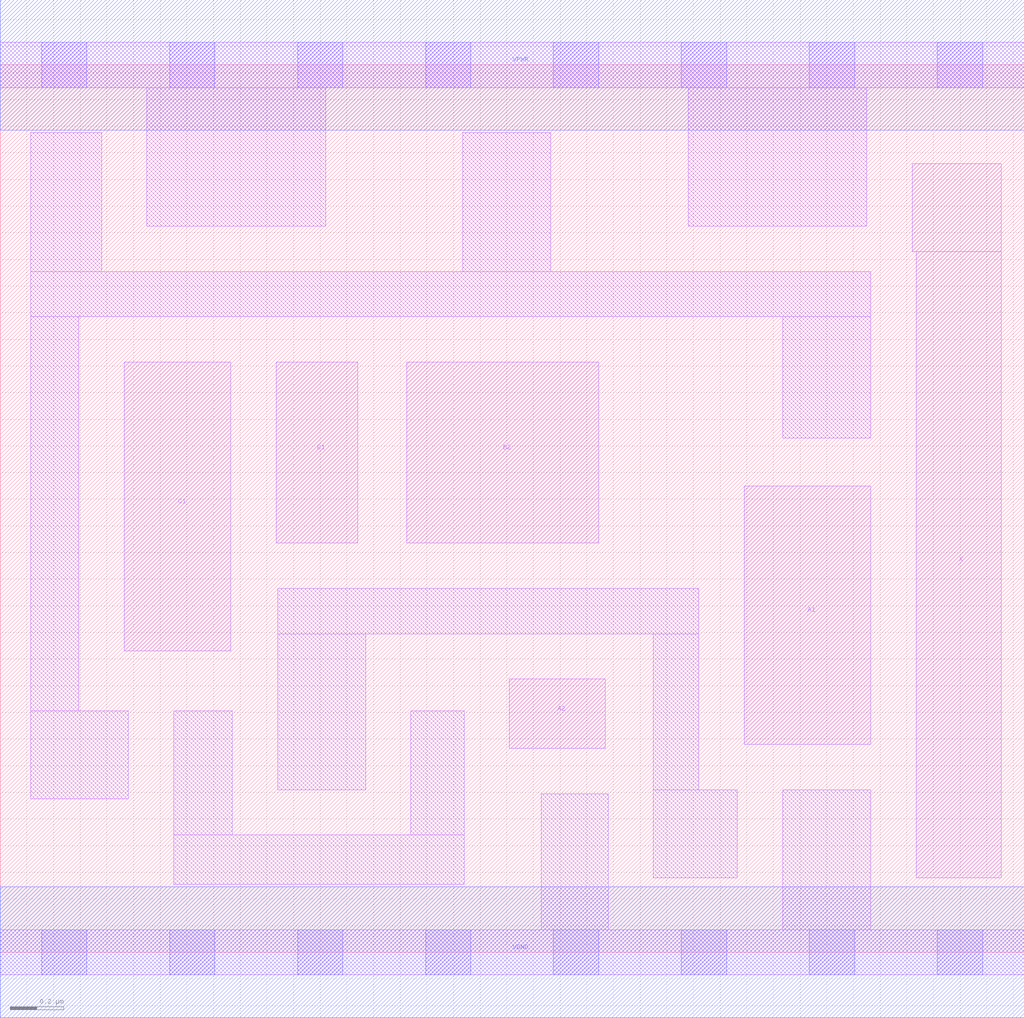
<source format=lef>
# Copyright 2020 The SkyWater PDK Authors
#
# Licensed under the Apache License, Version 2.0 (the "License");
# you may not use this file except in compliance with the License.
# You may obtain a copy of the License at
#
#     https://www.apache.org/licenses/LICENSE-2.0
#
# Unless required by applicable law or agreed to in writing, software
# distributed under the License is distributed on an "AS IS" BASIS,
# WITHOUT WARRANTIES OR CONDITIONS OF ANY KIND, either express or implied.
# See the License for the specific language governing permissions and
# limitations under the License.
#
# SPDX-License-Identifier: Apache-2.0

VERSION 5.7 ;
  NAMESCASESENSITIVE ON ;
  NOWIREEXTENSIONATPIN ON ;
  DIVIDERCHAR "/" ;
  BUSBITCHARS "[]" ;
UNITS
  DATABASE MICRONS 200 ;
END UNITS
MACRO sky130_fd_sc_lp__o221a_0
  CLASS CORE ;
  SOURCE USER ;
  FOREIGN sky130_fd_sc_lp__o221a_0 ;
  ORIGIN  0.000000  0.000000 ;
  SIZE  3.840000 BY  3.330000 ;
  SYMMETRY X Y R90 ;
  SITE unit ;
  PIN A1
    ANTENNAGATEAREA  0.159000 ;
    DIRECTION INPUT ;
    USE SIGNAL ;
    PORT
      LAYER li1 ;
        RECT 2.790000 0.780000 3.265000 1.750000 ;
    END
  END A1
  PIN A2
    ANTENNAGATEAREA  0.159000 ;
    DIRECTION INPUT ;
    USE SIGNAL ;
    PORT
      LAYER li1 ;
        RECT 1.910000 0.765000 2.270000 1.025000 ;
    END
  END A2
  PIN B1
    ANTENNAGATEAREA  0.159000 ;
    DIRECTION INPUT ;
    USE SIGNAL ;
    PORT
      LAYER li1 ;
        RECT 1.035000 1.535000 1.340000 2.215000 ;
    END
  END B1
  PIN B2
    ANTENNAGATEAREA  0.159000 ;
    DIRECTION INPUT ;
    USE SIGNAL ;
    PORT
      LAYER li1 ;
        RECT 1.525000 1.535000 2.245000 2.215000 ;
    END
  END B2
  PIN C1
    ANTENNAGATEAREA  0.159000 ;
    DIRECTION INPUT ;
    USE SIGNAL ;
    PORT
      LAYER li1 ;
        RECT 0.465000 1.130000 0.865000 2.215000 ;
    END
  END C1
  PIN X
    ANTENNADIFFAREA  0.280900 ;
    DIRECTION OUTPUT ;
    USE SIGNAL ;
    PORT
      LAYER li1 ;
        RECT 3.420000 2.630000 3.755000 2.960000 ;
        RECT 3.435000 0.280000 3.755000 2.630000 ;
    END
  END X
  PIN VGND
    DIRECTION INOUT ;
    USE GROUND ;
    PORT
      LAYER met1 ;
        RECT 0.000000 -0.245000 3.840000 0.245000 ;
    END
  END VGND
  PIN VPWR
    DIRECTION INOUT ;
    USE POWER ;
    PORT
      LAYER met1 ;
        RECT 0.000000 3.085000 3.840000 3.575000 ;
    END
  END VPWR
  OBS
    LAYER li1 ;
      RECT 0.000000 -0.085000 3.840000 0.085000 ;
      RECT 0.000000  3.245000 3.840000 3.415000 ;
      RECT 0.115000  0.575000 0.480000 0.905000 ;
      RECT 0.115000  0.905000 0.295000 2.385000 ;
      RECT 0.115000  2.385000 3.265000 2.555000 ;
      RECT 0.115000  2.555000 0.380000 3.075000 ;
      RECT 0.550000  2.725000 1.220000 3.245000 ;
      RECT 0.650000  0.255000 1.740000 0.440000 ;
      RECT 0.650000  0.440000 0.870000 0.905000 ;
      RECT 1.040000  0.610000 1.370000 1.195000 ;
      RECT 1.040000  1.195000 2.620000 1.365000 ;
      RECT 1.540000  0.440000 1.740000 0.905000 ;
      RECT 1.735000  2.555000 2.065000 3.075000 ;
      RECT 2.030000  0.085000 2.280000 0.595000 ;
      RECT 2.450000  0.280000 2.765000 0.610000 ;
      RECT 2.450000  0.610000 2.620000 1.195000 ;
      RECT 2.580000  2.725000 3.250000 3.245000 ;
      RECT 2.935000  0.085000 3.265000 0.610000 ;
      RECT 2.935000  1.930000 3.265000 2.385000 ;
    LAYER mcon ;
      RECT 0.155000 -0.085000 0.325000 0.085000 ;
      RECT 0.155000  3.245000 0.325000 3.415000 ;
      RECT 0.635000 -0.085000 0.805000 0.085000 ;
      RECT 0.635000  3.245000 0.805000 3.415000 ;
      RECT 1.115000 -0.085000 1.285000 0.085000 ;
      RECT 1.115000  3.245000 1.285000 3.415000 ;
      RECT 1.595000 -0.085000 1.765000 0.085000 ;
      RECT 1.595000  3.245000 1.765000 3.415000 ;
      RECT 2.075000 -0.085000 2.245000 0.085000 ;
      RECT 2.075000  3.245000 2.245000 3.415000 ;
      RECT 2.555000 -0.085000 2.725000 0.085000 ;
      RECT 2.555000  3.245000 2.725000 3.415000 ;
      RECT 3.035000 -0.085000 3.205000 0.085000 ;
      RECT 3.035000  3.245000 3.205000 3.415000 ;
      RECT 3.515000 -0.085000 3.685000 0.085000 ;
      RECT 3.515000  3.245000 3.685000 3.415000 ;
  END
END sky130_fd_sc_lp__o221a_0

</source>
